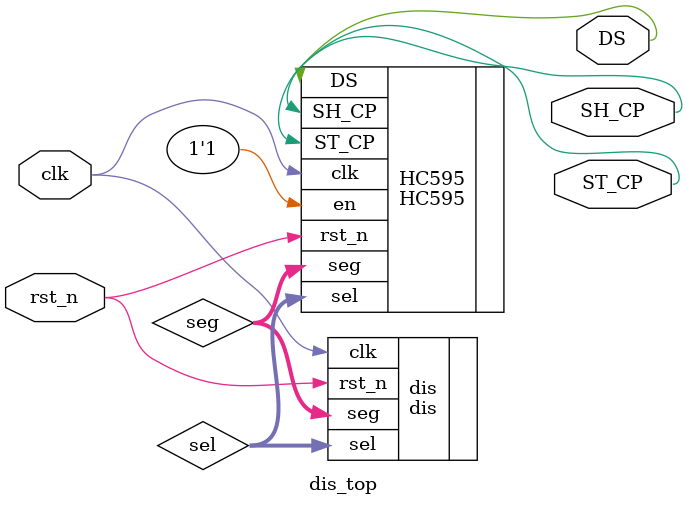
<source format=v>
module dis_top(
               clk,
               rst_n,
               DS,
               SH_CP,
               ST_CP
                );

input clk;
input rst_n;

output DS;
output SH_CP;
output ST_CP;

wire [7:0] sel;
wire [7:0] seg;

dis dis(
        .clk(clk),
        .rst_n(rst_n),
        .sel(sel),
        .seg(seg)
         );
         
HC595 HC595(
            .clk(clk),
            .rst_n(rst_n),
            .sel(sel),
            .seg(seg),
            .en(1'b1),
            .DS(DS),
            .SH_CP(SH_CP),
            .ST_CP(ST_CP)
             );         
endmodule
                        
</source>
